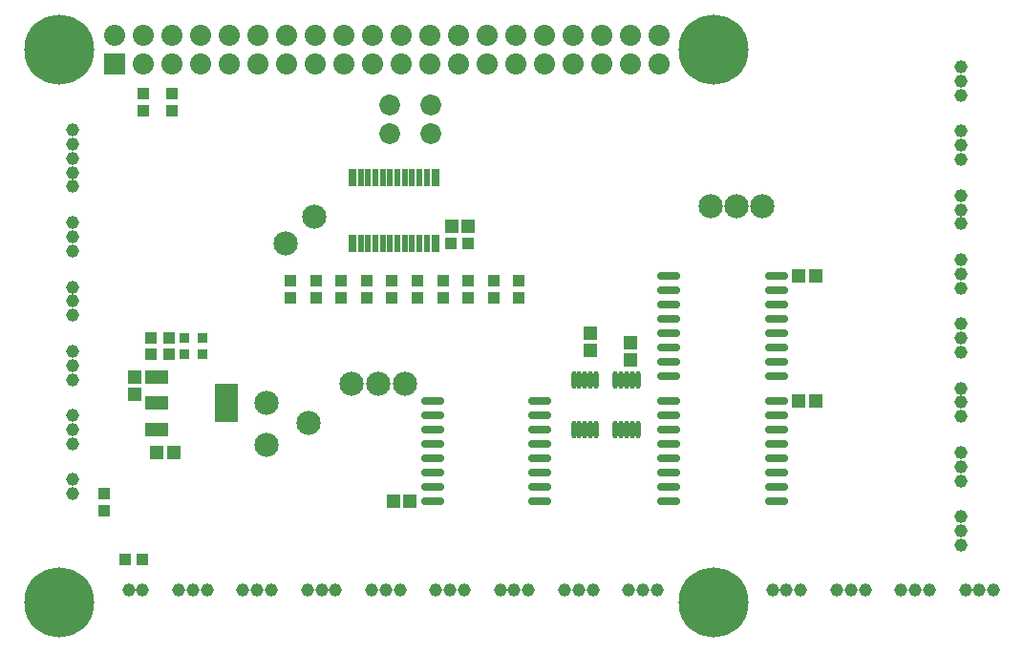
<source format=gts>
G04*
G04 #@! TF.GenerationSoftware,Altium Limited,Altium Designer,20.2.6 (244)*
G04*
G04 Layer_Color=8388736*
%FSLAX25Y25*%
%MOIN*%
G70*
G04*
G04 #@! TF.SameCoordinates,16103AC2-7A70-4061-B61C-7C21802C26CC*
G04*
G04*
G04 #@! TF.FilePolarity,Negative*
G04*
G01*
G75*
%ADD27R,0.04134X0.03937*%
%ADD28R,0.03937X0.04134*%
%ADD29C,0.08465*%
%ADD30R,0.03740X0.03740*%
%ADD31R,0.04724X0.04528*%
%ADD32R,0.07874X0.13189*%
%ADD33R,0.07874X0.04528*%
%ADD34R,0.04528X0.04724*%
%ADD35O,0.08071X0.02953*%
%ADD36O,0.01772X0.06299*%
%ADD37R,0.02953X0.05906*%
%ADD38R,0.02165X0.05906*%
%ADD39C,0.04528*%
%ADD40C,0.24410*%
%ADD41C,0.07284*%
%ADD42C,0.07382*%
%ADD43R,0.07382X0.07382*%
D27*
X29528Y45748D02*
D03*
Y51850D02*
D03*
X103307Y120098D02*
D03*
Y126201D02*
D03*
X94449D02*
D03*
Y120098D02*
D03*
X52953Y185531D02*
D03*
Y191634D02*
D03*
X42953Y185531D02*
D03*
Y191634D02*
D03*
X112165Y126201D02*
D03*
Y120098D02*
D03*
X121024Y126201D02*
D03*
Y120098D02*
D03*
X129882Y126201D02*
D03*
Y120098D02*
D03*
X138740Y126201D02*
D03*
Y120098D02*
D03*
X147598Y126201D02*
D03*
Y120098D02*
D03*
X156457Y126201D02*
D03*
Y120098D02*
D03*
X165315Y126201D02*
D03*
Y120098D02*
D03*
X174173Y126201D02*
D03*
Y120098D02*
D03*
D28*
X36732Y28661D02*
D03*
X42835D02*
D03*
X51988Y100472D02*
D03*
X45886D02*
D03*
X51968Y106181D02*
D03*
X45866D02*
D03*
X156398Y139252D02*
D03*
X150295D02*
D03*
D29*
X92884Y139276D02*
D03*
X102598Y148307D02*
D03*
X85984Y68661D02*
D03*
X259095Y152166D02*
D03*
X85984Y83346D02*
D03*
X241142Y152166D02*
D03*
X250118D02*
D03*
X134252Y90236D02*
D03*
X125039D02*
D03*
X115827D02*
D03*
X100669Y76457D02*
D03*
D30*
X63701Y100472D02*
D03*
X57402D02*
D03*
X63681Y106181D02*
D03*
X57382D02*
D03*
D31*
X53759Y66063D02*
D03*
X47853D02*
D03*
X277638Y127657D02*
D03*
X271732D02*
D03*
X277638Y84153D02*
D03*
X271732D02*
D03*
X130315Y49134D02*
D03*
X136221D02*
D03*
X156496Y145158D02*
D03*
X150591D02*
D03*
D32*
X72066Y83346D02*
D03*
D33*
X47853Y74291D02*
D03*
Y83346D02*
D03*
Y92401D02*
D03*
D34*
X40079D02*
D03*
Y86496D02*
D03*
X199134Y101850D02*
D03*
Y107756D02*
D03*
X212913Y104449D02*
D03*
Y98543D02*
D03*
D35*
X144016Y84153D02*
D03*
Y79154D02*
D03*
Y74154D02*
D03*
Y69153D02*
D03*
Y64153D02*
D03*
Y59153D02*
D03*
Y54154D02*
D03*
Y49154D02*
D03*
X181417Y84153D02*
D03*
Y79154D02*
D03*
Y74154D02*
D03*
Y69153D02*
D03*
Y64153D02*
D03*
Y59153D02*
D03*
Y54154D02*
D03*
Y49154D02*
D03*
X226535Y127657D02*
D03*
Y122658D02*
D03*
Y117657D02*
D03*
Y112657D02*
D03*
Y107658D02*
D03*
Y102657D02*
D03*
Y97658D02*
D03*
Y92658D02*
D03*
X263937Y127657D02*
D03*
Y122658D02*
D03*
Y117657D02*
D03*
Y112657D02*
D03*
Y107658D02*
D03*
Y102657D02*
D03*
Y97658D02*
D03*
Y92658D02*
D03*
X226535Y84153D02*
D03*
Y79154D02*
D03*
Y74154D02*
D03*
Y69153D02*
D03*
Y64153D02*
D03*
Y59153D02*
D03*
Y54154D02*
D03*
Y49154D02*
D03*
X263937Y84153D02*
D03*
Y79154D02*
D03*
Y74154D02*
D03*
Y69153D02*
D03*
Y64153D02*
D03*
Y59153D02*
D03*
Y54154D02*
D03*
Y49154D02*
D03*
D36*
X201102Y91536D02*
D03*
X199134D02*
D03*
X197165D02*
D03*
X195197D02*
D03*
X193228D02*
D03*
X201102Y74213D02*
D03*
X199134D02*
D03*
X197165D02*
D03*
X195197D02*
D03*
X193228D02*
D03*
X215669Y91536D02*
D03*
X213701D02*
D03*
X211732D02*
D03*
X209764D02*
D03*
X207795D02*
D03*
X215669Y74213D02*
D03*
X213701D02*
D03*
X211732D02*
D03*
X209764D02*
D03*
X207795D02*
D03*
D37*
X116004Y139272D02*
D03*
X144941D02*
D03*
X116004Y162303D02*
D03*
X144941D02*
D03*
D38*
X118957Y139272D02*
D03*
X121516D02*
D03*
X124075D02*
D03*
X126634D02*
D03*
X129193D02*
D03*
X131752D02*
D03*
X134311D02*
D03*
X136870D02*
D03*
X139429D02*
D03*
X141988D02*
D03*
X118957Y162303D02*
D03*
X124075D02*
D03*
X126634D02*
D03*
X129193D02*
D03*
X131752D02*
D03*
X121516D02*
D03*
X134311D02*
D03*
X136870D02*
D03*
X141988D02*
D03*
X139429D02*
D03*
D39*
X18307Y178701D02*
D03*
Y168858D02*
D03*
Y163937D02*
D03*
Y159016D02*
D03*
Y173779D02*
D03*
X18228Y51850D02*
D03*
Y56772D02*
D03*
X42835Y18228D02*
D03*
X37913D02*
D03*
X262638D02*
D03*
X267559D02*
D03*
X272480D02*
D03*
X18228Y136496D02*
D03*
Y141417D02*
D03*
Y146339D02*
D03*
Y114055D02*
D03*
Y118976D02*
D03*
Y123898D02*
D03*
Y91614D02*
D03*
Y96535D02*
D03*
Y101457D02*
D03*
Y69173D02*
D03*
Y74094D02*
D03*
Y79016D02*
D03*
X65276Y18228D02*
D03*
X60354D02*
D03*
X55433D02*
D03*
X87717D02*
D03*
X82795D02*
D03*
X77874D02*
D03*
X110158D02*
D03*
X105236D02*
D03*
X100315D02*
D03*
X132598D02*
D03*
X127677D02*
D03*
X122756D02*
D03*
X155039D02*
D03*
X150118D02*
D03*
X145197D02*
D03*
X177480D02*
D03*
X172559D02*
D03*
X167638D02*
D03*
X199921Y18228D02*
D03*
X195000D02*
D03*
X190079D02*
D03*
X222362D02*
D03*
X217441D02*
D03*
X212520D02*
D03*
X294921Y18228D02*
D03*
X290000D02*
D03*
X285079D02*
D03*
X317362D02*
D03*
X312441D02*
D03*
X307520D02*
D03*
X339803D02*
D03*
X334882D02*
D03*
X329961D02*
D03*
X328228Y43661D02*
D03*
Y38740D02*
D03*
Y33819D02*
D03*
X328228Y66102D02*
D03*
Y61181D02*
D03*
Y56260D02*
D03*
Y88583D02*
D03*
Y83661D02*
D03*
Y78740D02*
D03*
Y110984D02*
D03*
Y106063D02*
D03*
Y101142D02*
D03*
Y133425D02*
D03*
Y128504D02*
D03*
Y123583D02*
D03*
Y155866D02*
D03*
Y150945D02*
D03*
Y146024D02*
D03*
X328228Y178307D02*
D03*
Y173386D02*
D03*
Y168465D02*
D03*
Y200748D02*
D03*
Y195827D02*
D03*
Y190905D02*
D03*
D40*
X242126Y206693D02*
D03*
Y13780D02*
D03*
X13780D02*
D03*
Y206693D02*
D03*
D41*
X143268Y187638D02*
D03*
Y177638D02*
D03*
X129213Y187638D02*
D03*
Y177638D02*
D03*
D42*
X142953Y201689D02*
D03*
X132953D02*
D03*
X122953D02*
D03*
X112953D02*
D03*
X102953D02*
D03*
X92953D02*
D03*
X82953D02*
D03*
X72953D02*
D03*
X222953D02*
D03*
X212953D02*
D03*
X202953D02*
D03*
X192953D02*
D03*
X182953D02*
D03*
X172953D02*
D03*
X162953D02*
D03*
X152953D02*
D03*
X62953D02*
D03*
X52953D02*
D03*
X42953D02*
D03*
X142953Y211689D02*
D03*
X132953D02*
D03*
X122953D02*
D03*
X112953D02*
D03*
X102953D02*
D03*
X92953D02*
D03*
X82953D02*
D03*
X72953D02*
D03*
X222953D02*
D03*
X212953D02*
D03*
X202953D02*
D03*
X192953D02*
D03*
X182953D02*
D03*
X172953D02*
D03*
X162953D02*
D03*
X152953D02*
D03*
X62953D02*
D03*
X52953D02*
D03*
X42953D02*
D03*
X32953D02*
D03*
D43*
Y201689D02*
D03*
M02*

</source>
